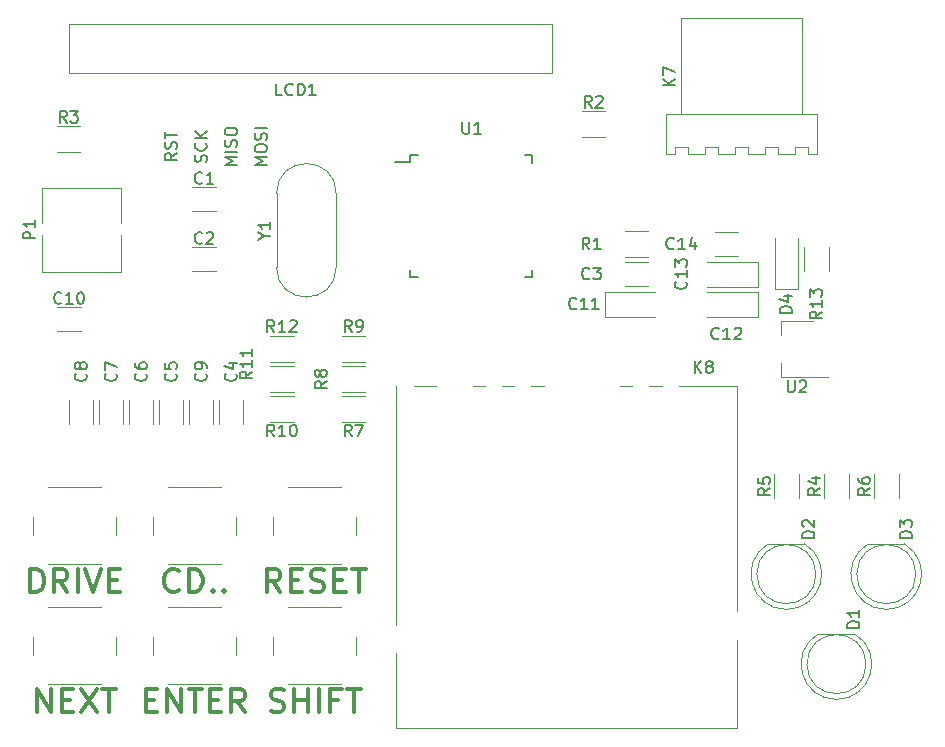
<source format=gto>
G04 #@! TF.FileFunction,Legend,Top*
%FSLAX46Y46*%
G04 Gerber Fmt 4.6, Leading zero omitted, Abs format (unit mm)*
G04 Created by KiCad (PCBNEW 4.0.7) date 11/26/17 13:54:13*
%MOMM*%
%LPD*%
G01*
G04 APERTURE LIST*
%ADD10C,0.100000*%
%ADD11C,0.120000*%
%ADD12C,0.150000*%
%ADD13C,0.300000*%
G04 APERTURE END LIST*
D10*
D11*
X142440000Y-102160000D02*
X144340000Y-102160000D01*
X164910000Y-102160000D02*
X169840000Y-102160000D01*
X169840000Y-123710000D02*
X169840000Y-131180000D01*
X140920000Y-124820000D02*
X140920000Y-131180000D01*
X147450000Y-102160000D02*
X148460000Y-102160000D01*
X149880000Y-102160000D02*
X150940000Y-102160000D01*
X152410000Y-102160000D02*
X153470000Y-102160000D01*
X159910000Y-102160000D02*
X160950000Y-102160000D01*
X162370000Y-102160000D02*
X163480000Y-102160000D01*
X169840000Y-131180000D02*
X140920000Y-131180000D01*
X169840000Y-102160000D02*
X169840000Y-121200000D01*
X140920000Y-102160000D02*
X140920000Y-122410000D01*
D12*
X142145000Y-82645000D02*
X142145000Y-83220000D01*
X152495000Y-82645000D02*
X152495000Y-83320000D01*
X152495000Y-92995000D02*
X152495000Y-92320000D01*
X142145000Y-92995000D02*
X142145000Y-92320000D01*
X142145000Y-82645000D02*
X142820000Y-82645000D01*
X142145000Y-92995000D02*
X142820000Y-92995000D01*
X152495000Y-92995000D02*
X151820000Y-92995000D01*
X152495000Y-82645000D02*
X151820000Y-82645000D01*
X142145000Y-83220000D02*
X140870000Y-83220000D01*
D11*
X111490000Y-127420000D02*
X115990000Y-127420000D01*
X110240000Y-123420000D02*
X110240000Y-124920000D01*
X115990000Y-120920000D02*
X111490000Y-120920000D01*
X117240000Y-124920000D02*
X117240000Y-123420000D01*
X136340000Y-100530000D02*
X138340000Y-100530000D01*
X138340000Y-102670000D02*
X136340000Y-102670000D01*
X130825000Y-92125000D02*
X130825000Y-85875000D01*
X135875000Y-92125000D02*
X135875000Y-85875000D01*
X135875000Y-92125000D02*
G75*
G02X130825000Y-92125000I-2525000J0D01*
G01*
X135875000Y-85875000D02*
G75*
G03X130825000Y-85875000I-2525000J0D01*
G01*
X113270000Y-75680000D02*
X154190000Y-75680000D01*
X113270000Y-71560000D02*
X113270000Y-75680000D01*
X154190000Y-71560000D02*
X113270000Y-71560000D01*
X154190000Y-75680000D02*
X154190000Y-71560000D01*
X125690000Y-85340000D02*
X123690000Y-85340000D01*
X123690000Y-87380000D02*
X125690000Y-87380000D01*
X125690000Y-90420000D02*
X123690000Y-90420000D01*
X123690000Y-92460000D02*
X125690000Y-92460000D01*
X162290000Y-91690000D02*
X160290000Y-91690000D01*
X160290000Y-93730000D02*
X162290000Y-93730000D01*
X125980000Y-103370000D02*
X125980000Y-105370000D01*
X128020000Y-105370000D02*
X128020000Y-103370000D01*
X120900000Y-103370000D02*
X120900000Y-105370000D01*
X122940000Y-105370000D02*
X122940000Y-103370000D01*
X118360000Y-103370000D02*
X118360000Y-105370000D01*
X120400000Y-105370000D02*
X120400000Y-103370000D01*
X115820000Y-103370000D02*
X115820000Y-105370000D01*
X117860000Y-105370000D02*
X117860000Y-103370000D01*
X113280000Y-103370000D02*
X113280000Y-105370000D01*
X115320000Y-105370000D02*
X115320000Y-103370000D01*
X123440000Y-103370000D02*
X123440000Y-105370000D01*
X125480000Y-105370000D02*
X125480000Y-103370000D01*
X114260000Y-95500000D02*
X112260000Y-95500000D01*
X112260000Y-97540000D02*
X114260000Y-97540000D01*
X158640000Y-94200000D02*
X162890000Y-94200000D01*
X158640000Y-96300000D02*
X162890000Y-96300000D01*
X158640000Y-94200000D02*
X158640000Y-96300000D01*
X171560000Y-96300000D02*
X167310000Y-96300000D01*
X171560000Y-94200000D02*
X167310000Y-94200000D01*
X171560000Y-96300000D02*
X171560000Y-94200000D01*
X171560000Y-93760000D02*
X167310000Y-93760000D01*
X171560000Y-91660000D02*
X167310000Y-91660000D01*
X171560000Y-93760000D02*
X171560000Y-91660000D01*
X167910000Y-91190000D02*
X169910000Y-91190000D01*
X169910000Y-89150000D02*
X167910000Y-89150000D01*
X178229538Y-128720000D02*
G75*
G03X179774830Y-123170000I462J2990000D01*
G01*
X178230462Y-128720000D02*
G75*
G02X176685170Y-123170000I-462J2990000D01*
G01*
X180730000Y-125730000D02*
G75*
G03X180730000Y-125730000I-2500000J0D01*
G01*
X179775000Y-123170000D02*
X176685000Y-123170000D01*
X173989538Y-121100000D02*
G75*
G03X175534830Y-115550000I462J2990000D01*
G01*
X173990462Y-121100000D02*
G75*
G02X172445170Y-115550000I-462J2990000D01*
G01*
X176490000Y-118110000D02*
G75*
G03X176490000Y-118110000I-2500000J0D01*
G01*
X175535000Y-115550000D02*
X172445000Y-115550000D01*
X182449538Y-121100000D02*
G75*
G03X183994830Y-115550000I462J2990000D01*
G01*
X182450462Y-121100000D02*
G75*
G02X180905170Y-115550000I-462J2990000D01*
G01*
X184950000Y-118110000D02*
G75*
G03X184950000Y-118110000I-2500000J0D01*
G01*
X183995000Y-115550000D02*
X180905000Y-115550000D01*
X172990000Y-89690000D02*
X172990000Y-93990000D01*
X172990000Y-93990000D02*
X174990000Y-93990000D01*
X174990000Y-93990000D02*
X174990000Y-89690000D01*
X111490000Y-117260000D02*
X115990000Y-117260000D01*
X110240000Y-113260000D02*
X110240000Y-114760000D01*
X115990000Y-110760000D02*
X111490000Y-110760000D01*
X117240000Y-114760000D02*
X117240000Y-113260000D01*
X121650000Y-117260000D02*
X126150000Y-117260000D01*
X120400000Y-113260000D02*
X120400000Y-114760000D01*
X126150000Y-110760000D02*
X121650000Y-110760000D01*
X127400000Y-114760000D02*
X127400000Y-113260000D01*
X121650000Y-127420000D02*
X126150000Y-127420000D01*
X120400000Y-123420000D02*
X120400000Y-124920000D01*
X126150000Y-120920000D02*
X121650000Y-120920000D01*
X127400000Y-124920000D02*
X127400000Y-123420000D01*
X131810000Y-127420000D02*
X136310000Y-127420000D01*
X130560000Y-123420000D02*
X130560000Y-124920000D01*
X136310000Y-120920000D02*
X131810000Y-120920000D01*
X137560000Y-124920000D02*
X137560000Y-123420000D01*
X131810000Y-117260000D02*
X136310000Y-117260000D01*
X130560000Y-113260000D02*
X130560000Y-114760000D01*
X136310000Y-110760000D02*
X131810000Y-110760000D01*
X137560000Y-114760000D02*
X137560000Y-113260000D01*
X165040000Y-79160000D02*
X167700000Y-79160000D01*
X165040000Y-71060000D02*
X167700000Y-71060000D01*
X167700000Y-79160000D02*
X168970000Y-79160000D01*
X165040000Y-79160000D02*
X165040000Y-71060000D01*
X163770000Y-79160000D02*
X165040000Y-79160000D01*
X163770000Y-79160000D02*
X163770000Y-82580000D01*
X163770000Y-82580000D02*
X164525000Y-82580000D01*
X165675000Y-82580000D02*
X167065000Y-82580000D01*
X168215000Y-82580000D02*
X168970000Y-82580000D01*
X164525000Y-81945000D02*
X165675000Y-81945000D01*
X167065000Y-81945000D02*
X168215000Y-81945000D01*
X164525000Y-82580000D02*
X164525000Y-81945000D01*
X165675000Y-81945000D02*
X165675000Y-82580000D01*
X167065000Y-82580000D02*
X167065000Y-81945000D01*
X168215000Y-81945000D02*
X168215000Y-82580000D01*
X170755000Y-81945000D02*
X170755000Y-82580000D01*
X170755000Y-82580000D02*
X171510000Y-82580000D01*
X169605000Y-82580000D02*
X169605000Y-81945000D01*
X169605000Y-81945000D02*
X170755000Y-81945000D01*
X168215000Y-82580000D02*
X169605000Y-82580000D01*
X170240000Y-79160000D02*
X171510000Y-79160000D01*
X167580000Y-71060000D02*
X170240000Y-71060000D01*
X167580000Y-79160000D02*
X170240000Y-79160000D01*
X173295000Y-82580000D02*
X174050000Y-82580000D01*
X172145000Y-81945000D02*
X173295000Y-81945000D01*
X172780000Y-79160000D02*
X174050000Y-79160000D01*
X173295000Y-81945000D02*
X173295000Y-82580000D01*
X170755000Y-82580000D02*
X172145000Y-82580000D01*
X172145000Y-82580000D02*
X172145000Y-81945000D01*
X170755000Y-82580000D02*
X171510000Y-82580000D01*
X170120000Y-79160000D02*
X172780000Y-79160000D01*
X170120000Y-71060000D02*
X172780000Y-71060000D01*
X175320000Y-79160000D02*
X176590000Y-79160000D01*
X175835000Y-81945000D02*
X175835000Y-82580000D01*
X175835000Y-82580000D02*
X176590000Y-82580000D01*
X174685000Y-81945000D02*
X175835000Y-81945000D01*
X176590000Y-79160000D02*
X176590000Y-82580000D01*
X175320000Y-71060000D02*
X175320000Y-79160000D01*
X174685000Y-82580000D02*
X174685000Y-81945000D01*
X173295000Y-82580000D02*
X174685000Y-82580000D01*
X173295000Y-82580000D02*
X174050000Y-82580000D01*
X173295000Y-82580000D02*
X174050000Y-82580000D01*
X172660000Y-79160000D02*
X175320000Y-79160000D01*
X172660000Y-71060000D02*
X175320000Y-71060000D01*
X110940000Y-85380000D02*
X110940000Y-88370000D01*
X117660000Y-85380000D02*
X110940000Y-85380000D01*
X117660000Y-92490000D02*
X117660000Y-89430000D01*
X110940000Y-92490000D02*
X117660000Y-92490000D01*
X117660000Y-88370000D02*
X117660000Y-85380000D01*
X110940000Y-89430000D02*
X110940000Y-92490000D01*
X162290000Y-91240000D02*
X160290000Y-91240000D01*
X160290000Y-89100000D02*
X162290000Y-89100000D01*
X158660000Y-81080000D02*
X156660000Y-81080000D01*
X156660000Y-78940000D02*
X158660000Y-78940000D01*
X114210000Y-82350000D02*
X112210000Y-82350000D01*
X112210000Y-80210000D02*
X114210000Y-80210000D01*
X179300000Y-109670000D02*
X179300000Y-111670000D01*
X177160000Y-111670000D02*
X177160000Y-109670000D01*
X175060000Y-109670000D02*
X175060000Y-111670000D01*
X172920000Y-111670000D02*
X172920000Y-109670000D01*
X183520000Y-109670000D02*
X183520000Y-111670000D01*
X181380000Y-111670000D02*
X181380000Y-109670000D01*
X136340000Y-103070000D02*
X138340000Y-103070000D01*
X138340000Y-105210000D02*
X136340000Y-105210000D01*
X136340000Y-97990000D02*
X138340000Y-97990000D01*
X138340000Y-100130000D02*
X136340000Y-100130000D01*
X130265000Y-103070000D02*
X132265000Y-103070000D01*
X132265000Y-105210000D02*
X130265000Y-105210000D01*
X130265000Y-100530000D02*
X132265000Y-100530000D01*
X132265000Y-102670000D02*
X130265000Y-102670000D01*
X130265000Y-97990000D02*
X132265000Y-97990000D01*
X132265000Y-100130000D02*
X130265000Y-100130000D01*
X175460000Y-92440000D02*
X175460000Y-90440000D01*
X177600000Y-90440000D02*
X177600000Y-92440000D01*
X173543500Y-97860000D02*
X173543500Y-96660000D01*
X173543500Y-96660000D02*
X176243500Y-96660000D01*
X177543500Y-101460000D02*
X173543500Y-101460000D01*
X173543500Y-101460000D02*
X173543500Y-100260000D01*
D12*
X166218095Y-101072381D02*
X166218095Y-100072381D01*
X166789524Y-101072381D02*
X166360952Y-100500952D01*
X166789524Y-100072381D02*
X166218095Y-100643810D01*
X167360952Y-100500952D02*
X167265714Y-100453333D01*
X167218095Y-100405714D01*
X167170476Y-100310476D01*
X167170476Y-100262857D01*
X167218095Y-100167619D01*
X167265714Y-100120000D01*
X167360952Y-100072381D01*
X167551429Y-100072381D01*
X167646667Y-100120000D01*
X167694286Y-100167619D01*
X167741905Y-100262857D01*
X167741905Y-100310476D01*
X167694286Y-100405714D01*
X167646667Y-100453333D01*
X167551429Y-100500952D01*
X167360952Y-100500952D01*
X167265714Y-100548571D01*
X167218095Y-100596190D01*
X167170476Y-100691429D01*
X167170476Y-100881905D01*
X167218095Y-100977143D01*
X167265714Y-101024762D01*
X167360952Y-101072381D01*
X167551429Y-101072381D01*
X167646667Y-101024762D01*
X167694286Y-100977143D01*
X167741905Y-100881905D01*
X167741905Y-100691429D01*
X167694286Y-100596190D01*
X167646667Y-100548571D01*
X167551429Y-100500952D01*
X146558095Y-79822381D02*
X146558095Y-80631905D01*
X146605714Y-80727143D01*
X146653333Y-80774762D01*
X146748571Y-80822381D01*
X146939048Y-80822381D01*
X147034286Y-80774762D01*
X147081905Y-80727143D01*
X147129524Y-80631905D01*
X147129524Y-79822381D01*
X148129524Y-80822381D02*
X147558095Y-80822381D01*
X147843809Y-80822381D02*
X147843809Y-79822381D01*
X147748571Y-79965238D01*
X147653333Y-80060476D01*
X147558095Y-80108095D01*
D13*
X110549523Y-129824762D02*
X110549523Y-127824762D01*
X111692381Y-129824762D01*
X111692381Y-127824762D01*
X112644761Y-128777143D02*
X113311428Y-128777143D01*
X113597142Y-129824762D02*
X112644761Y-129824762D01*
X112644761Y-127824762D01*
X113597142Y-127824762D01*
X114263809Y-127824762D02*
X115597143Y-129824762D01*
X115597143Y-127824762D02*
X114263809Y-129824762D01*
X116073333Y-127824762D02*
X117216190Y-127824762D01*
X116644762Y-129824762D02*
X116644762Y-127824762D01*
D12*
X135072381Y-101766666D02*
X134596190Y-102100000D01*
X135072381Y-102338095D02*
X134072381Y-102338095D01*
X134072381Y-101957142D01*
X134120000Y-101861904D01*
X134167619Y-101814285D01*
X134262857Y-101766666D01*
X134405714Y-101766666D01*
X134500952Y-101814285D01*
X134548571Y-101861904D01*
X134596190Y-101957142D01*
X134596190Y-102338095D01*
X134500952Y-101195238D02*
X134453333Y-101290476D01*
X134405714Y-101338095D01*
X134310476Y-101385714D01*
X134262857Y-101385714D01*
X134167619Y-101338095D01*
X134120000Y-101290476D01*
X134072381Y-101195238D01*
X134072381Y-101004761D01*
X134120000Y-100909523D01*
X134167619Y-100861904D01*
X134262857Y-100814285D01*
X134310476Y-100814285D01*
X134405714Y-100861904D01*
X134453333Y-100909523D01*
X134500952Y-101004761D01*
X134500952Y-101195238D01*
X134548571Y-101290476D01*
X134596190Y-101338095D01*
X134691429Y-101385714D01*
X134881905Y-101385714D01*
X134977143Y-101338095D01*
X135024762Y-101290476D01*
X135072381Y-101195238D01*
X135072381Y-101004761D01*
X135024762Y-100909523D01*
X134977143Y-100861904D01*
X134881905Y-100814285D01*
X134691429Y-100814285D01*
X134596190Y-100861904D01*
X134548571Y-100909523D01*
X134500952Y-101004761D01*
X129801190Y-89476191D02*
X130277381Y-89476191D01*
X129277381Y-89809524D02*
X129801190Y-89476191D01*
X129277381Y-89142857D01*
X130277381Y-88285714D02*
X130277381Y-88857143D01*
X130277381Y-88571429D02*
X129277381Y-88571429D01*
X129420238Y-88666667D01*
X129515476Y-88761905D01*
X129563095Y-88857143D01*
X131293334Y-77572381D02*
X130817143Y-77572381D01*
X130817143Y-76572381D01*
X132198096Y-77477143D02*
X132150477Y-77524762D01*
X132007620Y-77572381D01*
X131912382Y-77572381D01*
X131769524Y-77524762D01*
X131674286Y-77429524D01*
X131626667Y-77334286D01*
X131579048Y-77143810D01*
X131579048Y-77000952D01*
X131626667Y-76810476D01*
X131674286Y-76715238D01*
X131769524Y-76620000D01*
X131912382Y-76572381D01*
X132007620Y-76572381D01*
X132150477Y-76620000D01*
X132198096Y-76667619D01*
X132626667Y-77572381D02*
X132626667Y-76572381D01*
X132864762Y-76572381D01*
X133007620Y-76620000D01*
X133102858Y-76715238D01*
X133150477Y-76810476D01*
X133198096Y-77000952D01*
X133198096Y-77143810D01*
X133150477Y-77334286D01*
X133102858Y-77429524D01*
X133007620Y-77524762D01*
X132864762Y-77572381D01*
X132626667Y-77572381D01*
X134150477Y-77572381D02*
X133579048Y-77572381D01*
X133864762Y-77572381D02*
X133864762Y-76572381D01*
X133769524Y-76715238D01*
X133674286Y-76810476D01*
X133579048Y-76858095D01*
X124523334Y-84967143D02*
X124475715Y-85014762D01*
X124332858Y-85062381D01*
X124237620Y-85062381D01*
X124094762Y-85014762D01*
X123999524Y-84919524D01*
X123951905Y-84824286D01*
X123904286Y-84633810D01*
X123904286Y-84490952D01*
X123951905Y-84300476D01*
X123999524Y-84205238D01*
X124094762Y-84110000D01*
X124237620Y-84062381D01*
X124332858Y-84062381D01*
X124475715Y-84110000D01*
X124523334Y-84157619D01*
X125475715Y-85062381D02*
X124904286Y-85062381D01*
X125190000Y-85062381D02*
X125190000Y-84062381D01*
X125094762Y-84205238D01*
X124999524Y-84300476D01*
X124904286Y-84348095D01*
X124523334Y-90047143D02*
X124475715Y-90094762D01*
X124332858Y-90142381D01*
X124237620Y-90142381D01*
X124094762Y-90094762D01*
X123999524Y-89999524D01*
X123951905Y-89904286D01*
X123904286Y-89713810D01*
X123904286Y-89570952D01*
X123951905Y-89380476D01*
X123999524Y-89285238D01*
X124094762Y-89190000D01*
X124237620Y-89142381D01*
X124332858Y-89142381D01*
X124475715Y-89190000D01*
X124523334Y-89237619D01*
X124904286Y-89237619D02*
X124951905Y-89190000D01*
X125047143Y-89142381D01*
X125285239Y-89142381D01*
X125380477Y-89190000D01*
X125428096Y-89237619D01*
X125475715Y-89332857D01*
X125475715Y-89428095D01*
X125428096Y-89570952D01*
X124856667Y-90142381D01*
X125475715Y-90142381D01*
X157313334Y-93067143D02*
X157265715Y-93114762D01*
X157122858Y-93162381D01*
X157027620Y-93162381D01*
X156884762Y-93114762D01*
X156789524Y-93019524D01*
X156741905Y-92924286D01*
X156694286Y-92733810D01*
X156694286Y-92590952D01*
X156741905Y-92400476D01*
X156789524Y-92305238D01*
X156884762Y-92210000D01*
X157027620Y-92162381D01*
X157122858Y-92162381D01*
X157265715Y-92210000D01*
X157313334Y-92257619D01*
X157646667Y-92162381D02*
X158265715Y-92162381D01*
X157932381Y-92543333D01*
X158075239Y-92543333D01*
X158170477Y-92590952D01*
X158218096Y-92638571D01*
X158265715Y-92733810D01*
X158265715Y-92971905D01*
X158218096Y-93067143D01*
X158170477Y-93114762D01*
X158075239Y-93162381D01*
X157789524Y-93162381D01*
X157694286Y-93114762D01*
X157646667Y-93067143D01*
X127357143Y-101131666D02*
X127404762Y-101179285D01*
X127452381Y-101322142D01*
X127452381Y-101417380D01*
X127404762Y-101560238D01*
X127309524Y-101655476D01*
X127214286Y-101703095D01*
X127023810Y-101750714D01*
X126880952Y-101750714D01*
X126690476Y-101703095D01*
X126595238Y-101655476D01*
X126500000Y-101560238D01*
X126452381Y-101417380D01*
X126452381Y-101322142D01*
X126500000Y-101179285D01*
X126547619Y-101131666D01*
X126785714Y-100274523D02*
X127452381Y-100274523D01*
X126404762Y-100512619D02*
X127119048Y-100750714D01*
X127119048Y-100131666D01*
X122277143Y-101131666D02*
X122324762Y-101179285D01*
X122372381Y-101322142D01*
X122372381Y-101417380D01*
X122324762Y-101560238D01*
X122229524Y-101655476D01*
X122134286Y-101703095D01*
X121943810Y-101750714D01*
X121800952Y-101750714D01*
X121610476Y-101703095D01*
X121515238Y-101655476D01*
X121420000Y-101560238D01*
X121372381Y-101417380D01*
X121372381Y-101322142D01*
X121420000Y-101179285D01*
X121467619Y-101131666D01*
X121372381Y-100226904D02*
X121372381Y-100703095D01*
X121848571Y-100750714D01*
X121800952Y-100703095D01*
X121753333Y-100607857D01*
X121753333Y-100369761D01*
X121800952Y-100274523D01*
X121848571Y-100226904D01*
X121943810Y-100179285D01*
X122181905Y-100179285D01*
X122277143Y-100226904D01*
X122324762Y-100274523D01*
X122372381Y-100369761D01*
X122372381Y-100607857D01*
X122324762Y-100703095D01*
X122277143Y-100750714D01*
X119737143Y-101131666D02*
X119784762Y-101179285D01*
X119832381Y-101322142D01*
X119832381Y-101417380D01*
X119784762Y-101560238D01*
X119689524Y-101655476D01*
X119594286Y-101703095D01*
X119403810Y-101750714D01*
X119260952Y-101750714D01*
X119070476Y-101703095D01*
X118975238Y-101655476D01*
X118880000Y-101560238D01*
X118832381Y-101417380D01*
X118832381Y-101322142D01*
X118880000Y-101179285D01*
X118927619Y-101131666D01*
X118832381Y-100274523D02*
X118832381Y-100465000D01*
X118880000Y-100560238D01*
X118927619Y-100607857D01*
X119070476Y-100703095D01*
X119260952Y-100750714D01*
X119641905Y-100750714D01*
X119737143Y-100703095D01*
X119784762Y-100655476D01*
X119832381Y-100560238D01*
X119832381Y-100369761D01*
X119784762Y-100274523D01*
X119737143Y-100226904D01*
X119641905Y-100179285D01*
X119403810Y-100179285D01*
X119308571Y-100226904D01*
X119260952Y-100274523D01*
X119213333Y-100369761D01*
X119213333Y-100560238D01*
X119260952Y-100655476D01*
X119308571Y-100703095D01*
X119403810Y-100750714D01*
X117197143Y-101131666D02*
X117244762Y-101179285D01*
X117292381Y-101322142D01*
X117292381Y-101417380D01*
X117244762Y-101560238D01*
X117149524Y-101655476D01*
X117054286Y-101703095D01*
X116863810Y-101750714D01*
X116720952Y-101750714D01*
X116530476Y-101703095D01*
X116435238Y-101655476D01*
X116340000Y-101560238D01*
X116292381Y-101417380D01*
X116292381Y-101322142D01*
X116340000Y-101179285D01*
X116387619Y-101131666D01*
X116292381Y-100798333D02*
X116292381Y-100131666D01*
X117292381Y-100560238D01*
X114657143Y-101131666D02*
X114704762Y-101179285D01*
X114752381Y-101322142D01*
X114752381Y-101417380D01*
X114704762Y-101560238D01*
X114609524Y-101655476D01*
X114514286Y-101703095D01*
X114323810Y-101750714D01*
X114180952Y-101750714D01*
X113990476Y-101703095D01*
X113895238Y-101655476D01*
X113800000Y-101560238D01*
X113752381Y-101417380D01*
X113752381Y-101322142D01*
X113800000Y-101179285D01*
X113847619Y-101131666D01*
X114180952Y-100560238D02*
X114133333Y-100655476D01*
X114085714Y-100703095D01*
X113990476Y-100750714D01*
X113942857Y-100750714D01*
X113847619Y-100703095D01*
X113800000Y-100655476D01*
X113752381Y-100560238D01*
X113752381Y-100369761D01*
X113800000Y-100274523D01*
X113847619Y-100226904D01*
X113942857Y-100179285D01*
X113990476Y-100179285D01*
X114085714Y-100226904D01*
X114133333Y-100274523D01*
X114180952Y-100369761D01*
X114180952Y-100560238D01*
X114228571Y-100655476D01*
X114276190Y-100703095D01*
X114371429Y-100750714D01*
X114561905Y-100750714D01*
X114657143Y-100703095D01*
X114704762Y-100655476D01*
X114752381Y-100560238D01*
X114752381Y-100369761D01*
X114704762Y-100274523D01*
X114657143Y-100226904D01*
X114561905Y-100179285D01*
X114371429Y-100179285D01*
X114276190Y-100226904D01*
X114228571Y-100274523D01*
X114180952Y-100369761D01*
X124817143Y-101131666D02*
X124864762Y-101179285D01*
X124912381Y-101322142D01*
X124912381Y-101417380D01*
X124864762Y-101560238D01*
X124769524Y-101655476D01*
X124674286Y-101703095D01*
X124483810Y-101750714D01*
X124340952Y-101750714D01*
X124150476Y-101703095D01*
X124055238Y-101655476D01*
X123960000Y-101560238D01*
X123912381Y-101417380D01*
X123912381Y-101322142D01*
X123960000Y-101179285D01*
X124007619Y-101131666D01*
X124912381Y-100655476D02*
X124912381Y-100465000D01*
X124864762Y-100369761D01*
X124817143Y-100322142D01*
X124674286Y-100226904D01*
X124483810Y-100179285D01*
X124102857Y-100179285D01*
X124007619Y-100226904D01*
X123960000Y-100274523D01*
X123912381Y-100369761D01*
X123912381Y-100560238D01*
X123960000Y-100655476D01*
X124007619Y-100703095D01*
X124102857Y-100750714D01*
X124340952Y-100750714D01*
X124436190Y-100703095D01*
X124483810Y-100655476D01*
X124531429Y-100560238D01*
X124531429Y-100369761D01*
X124483810Y-100274523D01*
X124436190Y-100226904D01*
X124340952Y-100179285D01*
X112617143Y-95127143D02*
X112569524Y-95174762D01*
X112426667Y-95222381D01*
X112331429Y-95222381D01*
X112188571Y-95174762D01*
X112093333Y-95079524D01*
X112045714Y-94984286D01*
X111998095Y-94793810D01*
X111998095Y-94650952D01*
X112045714Y-94460476D01*
X112093333Y-94365238D01*
X112188571Y-94270000D01*
X112331429Y-94222381D01*
X112426667Y-94222381D01*
X112569524Y-94270000D01*
X112617143Y-94317619D01*
X113569524Y-95222381D02*
X112998095Y-95222381D01*
X113283809Y-95222381D02*
X113283809Y-94222381D01*
X113188571Y-94365238D01*
X113093333Y-94460476D01*
X112998095Y-94508095D01*
X114188571Y-94222381D02*
X114283810Y-94222381D01*
X114379048Y-94270000D01*
X114426667Y-94317619D01*
X114474286Y-94412857D01*
X114521905Y-94603333D01*
X114521905Y-94841429D01*
X114474286Y-95031905D01*
X114426667Y-95127143D01*
X114379048Y-95174762D01*
X114283810Y-95222381D01*
X114188571Y-95222381D01*
X114093333Y-95174762D01*
X114045714Y-95127143D01*
X113998095Y-95031905D01*
X113950476Y-94841429D01*
X113950476Y-94603333D01*
X113998095Y-94412857D01*
X114045714Y-94317619D01*
X114093333Y-94270000D01*
X114188571Y-94222381D01*
X156202143Y-95607143D02*
X156154524Y-95654762D01*
X156011667Y-95702381D01*
X155916429Y-95702381D01*
X155773571Y-95654762D01*
X155678333Y-95559524D01*
X155630714Y-95464286D01*
X155583095Y-95273810D01*
X155583095Y-95130952D01*
X155630714Y-94940476D01*
X155678333Y-94845238D01*
X155773571Y-94750000D01*
X155916429Y-94702381D01*
X156011667Y-94702381D01*
X156154524Y-94750000D01*
X156202143Y-94797619D01*
X157154524Y-95702381D02*
X156583095Y-95702381D01*
X156868809Y-95702381D02*
X156868809Y-94702381D01*
X156773571Y-94845238D01*
X156678333Y-94940476D01*
X156583095Y-94988095D01*
X158106905Y-95702381D02*
X157535476Y-95702381D01*
X157821190Y-95702381D02*
X157821190Y-94702381D01*
X157725952Y-94845238D01*
X157630714Y-94940476D01*
X157535476Y-94988095D01*
X168267143Y-98147143D02*
X168219524Y-98194762D01*
X168076667Y-98242381D01*
X167981429Y-98242381D01*
X167838571Y-98194762D01*
X167743333Y-98099524D01*
X167695714Y-98004286D01*
X167648095Y-97813810D01*
X167648095Y-97670952D01*
X167695714Y-97480476D01*
X167743333Y-97385238D01*
X167838571Y-97290000D01*
X167981429Y-97242381D01*
X168076667Y-97242381D01*
X168219524Y-97290000D01*
X168267143Y-97337619D01*
X169219524Y-98242381D02*
X168648095Y-98242381D01*
X168933809Y-98242381D02*
X168933809Y-97242381D01*
X168838571Y-97385238D01*
X168743333Y-97480476D01*
X168648095Y-97528095D01*
X169600476Y-97337619D02*
X169648095Y-97290000D01*
X169743333Y-97242381D01*
X169981429Y-97242381D01*
X170076667Y-97290000D01*
X170124286Y-97337619D01*
X170171905Y-97432857D01*
X170171905Y-97528095D01*
X170124286Y-97670952D01*
X169552857Y-98242381D01*
X170171905Y-98242381D01*
X165457143Y-93352857D02*
X165504762Y-93400476D01*
X165552381Y-93543333D01*
X165552381Y-93638571D01*
X165504762Y-93781429D01*
X165409524Y-93876667D01*
X165314286Y-93924286D01*
X165123810Y-93971905D01*
X164980952Y-93971905D01*
X164790476Y-93924286D01*
X164695238Y-93876667D01*
X164600000Y-93781429D01*
X164552381Y-93638571D01*
X164552381Y-93543333D01*
X164600000Y-93400476D01*
X164647619Y-93352857D01*
X165552381Y-92400476D02*
X165552381Y-92971905D01*
X165552381Y-92686191D02*
X164552381Y-92686191D01*
X164695238Y-92781429D01*
X164790476Y-92876667D01*
X164838095Y-92971905D01*
X164552381Y-92067143D02*
X164552381Y-91448095D01*
X164933333Y-91781429D01*
X164933333Y-91638571D01*
X164980952Y-91543333D01*
X165028571Y-91495714D01*
X165123810Y-91448095D01*
X165361905Y-91448095D01*
X165457143Y-91495714D01*
X165504762Y-91543333D01*
X165552381Y-91638571D01*
X165552381Y-91924286D01*
X165504762Y-92019524D01*
X165457143Y-92067143D01*
X164457143Y-90527143D02*
X164409524Y-90574762D01*
X164266667Y-90622381D01*
X164171429Y-90622381D01*
X164028571Y-90574762D01*
X163933333Y-90479524D01*
X163885714Y-90384286D01*
X163838095Y-90193810D01*
X163838095Y-90050952D01*
X163885714Y-89860476D01*
X163933333Y-89765238D01*
X164028571Y-89670000D01*
X164171429Y-89622381D01*
X164266667Y-89622381D01*
X164409524Y-89670000D01*
X164457143Y-89717619D01*
X165409524Y-90622381D02*
X164838095Y-90622381D01*
X165123809Y-90622381D02*
X165123809Y-89622381D01*
X165028571Y-89765238D01*
X164933333Y-89860476D01*
X164838095Y-89908095D01*
X166266667Y-89955714D02*
X166266667Y-90622381D01*
X166028571Y-89574762D02*
X165790476Y-90289048D01*
X166409524Y-90289048D01*
X180157381Y-122658095D02*
X179157381Y-122658095D01*
X179157381Y-122420000D01*
X179205000Y-122277142D01*
X179300238Y-122181904D01*
X179395476Y-122134285D01*
X179585952Y-122086666D01*
X179728810Y-122086666D01*
X179919286Y-122134285D01*
X180014524Y-122181904D01*
X180109762Y-122277142D01*
X180157381Y-122420000D01*
X180157381Y-122658095D01*
X180157381Y-121134285D02*
X180157381Y-121705714D01*
X180157381Y-121420000D02*
X179157381Y-121420000D01*
X179300238Y-121515238D01*
X179395476Y-121610476D01*
X179443095Y-121705714D01*
X176347381Y-115038095D02*
X175347381Y-115038095D01*
X175347381Y-114800000D01*
X175395000Y-114657142D01*
X175490238Y-114561904D01*
X175585476Y-114514285D01*
X175775952Y-114466666D01*
X175918810Y-114466666D01*
X176109286Y-114514285D01*
X176204524Y-114561904D01*
X176299762Y-114657142D01*
X176347381Y-114800000D01*
X176347381Y-115038095D01*
X175442619Y-114085714D02*
X175395000Y-114038095D01*
X175347381Y-113942857D01*
X175347381Y-113704761D01*
X175395000Y-113609523D01*
X175442619Y-113561904D01*
X175537857Y-113514285D01*
X175633095Y-113514285D01*
X175775952Y-113561904D01*
X176347381Y-114133333D01*
X176347381Y-113514285D01*
X184602381Y-115038095D02*
X183602381Y-115038095D01*
X183602381Y-114800000D01*
X183650000Y-114657142D01*
X183745238Y-114561904D01*
X183840476Y-114514285D01*
X184030952Y-114466666D01*
X184173810Y-114466666D01*
X184364286Y-114514285D01*
X184459524Y-114561904D01*
X184554762Y-114657142D01*
X184602381Y-114800000D01*
X184602381Y-115038095D01*
X183602381Y-114133333D02*
X183602381Y-113514285D01*
X183983333Y-113847619D01*
X183983333Y-113704761D01*
X184030952Y-113609523D01*
X184078571Y-113561904D01*
X184173810Y-113514285D01*
X184411905Y-113514285D01*
X184507143Y-113561904D01*
X184554762Y-113609523D01*
X184602381Y-113704761D01*
X184602381Y-113990476D01*
X184554762Y-114085714D01*
X184507143Y-114133333D01*
X174442381Y-95988095D02*
X173442381Y-95988095D01*
X173442381Y-95750000D01*
X173490000Y-95607142D01*
X173585238Y-95511904D01*
X173680476Y-95464285D01*
X173870952Y-95416666D01*
X174013810Y-95416666D01*
X174204286Y-95464285D01*
X174299524Y-95511904D01*
X174394762Y-95607142D01*
X174442381Y-95750000D01*
X174442381Y-95988095D01*
X173775714Y-94559523D02*
X174442381Y-94559523D01*
X173394762Y-94797619D02*
X174109048Y-95035714D01*
X174109048Y-94416666D01*
D13*
X109978095Y-119664762D02*
X109978095Y-117664762D01*
X110454286Y-117664762D01*
X110740000Y-117760000D01*
X110930476Y-117950476D01*
X111025715Y-118140952D01*
X111120953Y-118521905D01*
X111120953Y-118807619D01*
X111025715Y-119188571D01*
X110930476Y-119379048D01*
X110740000Y-119569524D01*
X110454286Y-119664762D01*
X109978095Y-119664762D01*
X113120953Y-119664762D02*
X112454286Y-118712381D01*
X111978095Y-119664762D02*
X111978095Y-117664762D01*
X112740000Y-117664762D01*
X112930476Y-117760000D01*
X113025715Y-117855238D01*
X113120953Y-118045714D01*
X113120953Y-118331429D01*
X113025715Y-118521905D01*
X112930476Y-118617143D01*
X112740000Y-118712381D01*
X111978095Y-118712381D01*
X113978095Y-119664762D02*
X113978095Y-117664762D01*
X114644762Y-117664762D02*
X115311429Y-119664762D01*
X115978096Y-117664762D01*
X116644762Y-118617143D02*
X117311429Y-118617143D01*
X117597143Y-119664762D02*
X116644762Y-119664762D01*
X116644762Y-117664762D01*
X117597143Y-117664762D01*
X122566667Y-119474286D02*
X122471429Y-119569524D01*
X122185714Y-119664762D01*
X121995238Y-119664762D01*
X121709524Y-119569524D01*
X121519048Y-119379048D01*
X121423809Y-119188571D01*
X121328571Y-118807619D01*
X121328571Y-118521905D01*
X121423809Y-118140952D01*
X121519048Y-117950476D01*
X121709524Y-117760000D01*
X121995238Y-117664762D01*
X122185714Y-117664762D01*
X122471429Y-117760000D01*
X122566667Y-117855238D01*
X123423809Y-119664762D02*
X123423809Y-117664762D01*
X123900000Y-117664762D01*
X124185714Y-117760000D01*
X124376190Y-117950476D01*
X124471429Y-118140952D01*
X124566667Y-118521905D01*
X124566667Y-118807619D01*
X124471429Y-119188571D01*
X124376190Y-119379048D01*
X124185714Y-119569524D01*
X123900000Y-119664762D01*
X123423809Y-119664762D01*
X125423809Y-119474286D02*
X125519048Y-119569524D01*
X125423809Y-119664762D01*
X125328571Y-119569524D01*
X125423809Y-119474286D01*
X125423809Y-119664762D01*
X126376190Y-119474286D02*
X126471429Y-119569524D01*
X126376190Y-119664762D01*
X126280952Y-119569524D01*
X126376190Y-119474286D01*
X126376190Y-119664762D01*
X119757142Y-128777143D02*
X120423809Y-128777143D01*
X120709523Y-129824762D02*
X119757142Y-129824762D01*
X119757142Y-127824762D01*
X120709523Y-127824762D01*
X121566666Y-129824762D02*
X121566666Y-127824762D01*
X122709524Y-129824762D01*
X122709524Y-127824762D01*
X123376190Y-127824762D02*
X124519047Y-127824762D01*
X123947619Y-129824762D02*
X123947619Y-127824762D01*
X125185714Y-128777143D02*
X125852381Y-128777143D01*
X126138095Y-129824762D02*
X125185714Y-129824762D01*
X125185714Y-127824762D01*
X126138095Y-127824762D01*
X128138096Y-129824762D02*
X127471429Y-128872381D01*
X126995238Y-129824762D02*
X126995238Y-127824762D01*
X127757143Y-127824762D01*
X127947619Y-127920000D01*
X128042858Y-128015238D01*
X128138096Y-128205714D01*
X128138096Y-128491429D01*
X128042858Y-128681905D01*
X127947619Y-128777143D01*
X127757143Y-128872381D01*
X126995238Y-128872381D01*
X130345714Y-129729524D02*
X130631429Y-129824762D01*
X131107619Y-129824762D01*
X131298095Y-129729524D01*
X131393333Y-129634286D01*
X131488572Y-129443810D01*
X131488572Y-129253333D01*
X131393333Y-129062857D01*
X131298095Y-128967619D01*
X131107619Y-128872381D01*
X130726667Y-128777143D01*
X130536191Y-128681905D01*
X130440952Y-128586667D01*
X130345714Y-128396190D01*
X130345714Y-128205714D01*
X130440952Y-128015238D01*
X130536191Y-127920000D01*
X130726667Y-127824762D01*
X131202857Y-127824762D01*
X131488572Y-127920000D01*
X132345714Y-129824762D02*
X132345714Y-127824762D01*
X132345714Y-128777143D02*
X133488572Y-128777143D01*
X133488572Y-129824762D02*
X133488572Y-127824762D01*
X134440952Y-129824762D02*
X134440952Y-127824762D01*
X136060000Y-128777143D02*
X135393333Y-128777143D01*
X135393333Y-129824762D02*
X135393333Y-127824762D01*
X136345714Y-127824762D01*
X136821905Y-127824762D02*
X137964762Y-127824762D01*
X137393334Y-129824762D02*
X137393334Y-127824762D01*
X131155238Y-119664762D02*
X130488571Y-118712381D01*
X130012380Y-119664762D02*
X130012380Y-117664762D01*
X130774285Y-117664762D01*
X130964761Y-117760000D01*
X131060000Y-117855238D01*
X131155238Y-118045714D01*
X131155238Y-118331429D01*
X131060000Y-118521905D01*
X130964761Y-118617143D01*
X130774285Y-118712381D01*
X130012380Y-118712381D01*
X132012380Y-118617143D02*
X132679047Y-118617143D01*
X132964761Y-119664762D02*
X132012380Y-119664762D01*
X132012380Y-117664762D01*
X132964761Y-117664762D01*
X133726666Y-119569524D02*
X134012381Y-119664762D01*
X134488571Y-119664762D01*
X134679047Y-119569524D01*
X134774285Y-119474286D01*
X134869524Y-119283810D01*
X134869524Y-119093333D01*
X134774285Y-118902857D01*
X134679047Y-118807619D01*
X134488571Y-118712381D01*
X134107619Y-118617143D01*
X133917143Y-118521905D01*
X133821904Y-118426667D01*
X133726666Y-118236190D01*
X133726666Y-118045714D01*
X133821904Y-117855238D01*
X133917143Y-117760000D01*
X134107619Y-117664762D01*
X134583809Y-117664762D01*
X134869524Y-117760000D01*
X135726666Y-118617143D02*
X136393333Y-118617143D01*
X136679047Y-119664762D02*
X135726666Y-119664762D01*
X135726666Y-117664762D01*
X136679047Y-117664762D01*
X137250476Y-117664762D02*
X138393333Y-117664762D01*
X137821905Y-119664762D02*
X137821905Y-117664762D01*
D12*
X164552381Y-76738095D02*
X163552381Y-76738095D01*
X164552381Y-76166666D02*
X163980952Y-76595238D01*
X163552381Y-76166666D02*
X164123810Y-76738095D01*
X163552381Y-75833333D02*
X163552381Y-75166666D01*
X164552381Y-75595238D01*
X110392381Y-89673095D02*
X109392381Y-89673095D01*
X109392381Y-89292142D01*
X109440000Y-89196904D01*
X109487619Y-89149285D01*
X109582857Y-89101666D01*
X109725714Y-89101666D01*
X109820952Y-89149285D01*
X109868571Y-89196904D01*
X109916190Y-89292142D01*
X109916190Y-89673095D01*
X110392381Y-88149285D02*
X110392381Y-88720714D01*
X110392381Y-88435000D02*
X109392381Y-88435000D01*
X109535238Y-88530238D01*
X109630476Y-88625476D01*
X109678095Y-88720714D01*
X157313334Y-90622381D02*
X156980000Y-90146190D01*
X156741905Y-90622381D02*
X156741905Y-89622381D01*
X157122858Y-89622381D01*
X157218096Y-89670000D01*
X157265715Y-89717619D01*
X157313334Y-89812857D01*
X157313334Y-89955714D01*
X157265715Y-90050952D01*
X157218096Y-90098571D01*
X157122858Y-90146190D01*
X156741905Y-90146190D01*
X158265715Y-90622381D02*
X157694286Y-90622381D01*
X157980000Y-90622381D02*
X157980000Y-89622381D01*
X157884762Y-89765238D01*
X157789524Y-89860476D01*
X157694286Y-89908095D01*
X157493334Y-78612381D02*
X157160000Y-78136190D01*
X156921905Y-78612381D02*
X156921905Y-77612381D01*
X157302858Y-77612381D01*
X157398096Y-77660000D01*
X157445715Y-77707619D01*
X157493334Y-77802857D01*
X157493334Y-77945714D01*
X157445715Y-78040952D01*
X157398096Y-78088571D01*
X157302858Y-78136190D01*
X156921905Y-78136190D01*
X157874286Y-77707619D02*
X157921905Y-77660000D01*
X158017143Y-77612381D01*
X158255239Y-77612381D01*
X158350477Y-77660000D01*
X158398096Y-77707619D01*
X158445715Y-77802857D01*
X158445715Y-77898095D01*
X158398096Y-78040952D01*
X157826667Y-78612381D01*
X158445715Y-78612381D01*
X113043334Y-79882381D02*
X112710000Y-79406190D01*
X112471905Y-79882381D02*
X112471905Y-78882381D01*
X112852858Y-78882381D01*
X112948096Y-78930000D01*
X112995715Y-78977619D01*
X113043334Y-79072857D01*
X113043334Y-79215714D01*
X112995715Y-79310952D01*
X112948096Y-79358571D01*
X112852858Y-79406190D01*
X112471905Y-79406190D01*
X113376667Y-78882381D02*
X113995715Y-78882381D01*
X113662381Y-79263333D01*
X113805239Y-79263333D01*
X113900477Y-79310952D01*
X113948096Y-79358571D01*
X113995715Y-79453810D01*
X113995715Y-79691905D01*
X113948096Y-79787143D01*
X113900477Y-79834762D01*
X113805239Y-79882381D01*
X113519524Y-79882381D01*
X113424286Y-79834762D01*
X113376667Y-79787143D01*
X176832381Y-110836666D02*
X176356190Y-111170000D01*
X176832381Y-111408095D02*
X175832381Y-111408095D01*
X175832381Y-111027142D01*
X175880000Y-110931904D01*
X175927619Y-110884285D01*
X176022857Y-110836666D01*
X176165714Y-110836666D01*
X176260952Y-110884285D01*
X176308571Y-110931904D01*
X176356190Y-111027142D01*
X176356190Y-111408095D01*
X176165714Y-109979523D02*
X176832381Y-109979523D01*
X175784762Y-110217619D02*
X176499048Y-110455714D01*
X176499048Y-109836666D01*
X172592381Y-110836666D02*
X172116190Y-111170000D01*
X172592381Y-111408095D02*
X171592381Y-111408095D01*
X171592381Y-111027142D01*
X171640000Y-110931904D01*
X171687619Y-110884285D01*
X171782857Y-110836666D01*
X171925714Y-110836666D01*
X172020952Y-110884285D01*
X172068571Y-110931904D01*
X172116190Y-111027142D01*
X172116190Y-111408095D01*
X171592381Y-109931904D02*
X171592381Y-110408095D01*
X172068571Y-110455714D01*
X172020952Y-110408095D01*
X171973333Y-110312857D01*
X171973333Y-110074761D01*
X172020952Y-109979523D01*
X172068571Y-109931904D01*
X172163810Y-109884285D01*
X172401905Y-109884285D01*
X172497143Y-109931904D01*
X172544762Y-109979523D01*
X172592381Y-110074761D01*
X172592381Y-110312857D01*
X172544762Y-110408095D01*
X172497143Y-110455714D01*
X181052381Y-110836666D02*
X180576190Y-111170000D01*
X181052381Y-111408095D02*
X180052381Y-111408095D01*
X180052381Y-111027142D01*
X180100000Y-110931904D01*
X180147619Y-110884285D01*
X180242857Y-110836666D01*
X180385714Y-110836666D01*
X180480952Y-110884285D01*
X180528571Y-110931904D01*
X180576190Y-111027142D01*
X180576190Y-111408095D01*
X180052381Y-109979523D02*
X180052381Y-110170000D01*
X180100000Y-110265238D01*
X180147619Y-110312857D01*
X180290476Y-110408095D01*
X180480952Y-110455714D01*
X180861905Y-110455714D01*
X180957143Y-110408095D01*
X181004762Y-110360476D01*
X181052381Y-110265238D01*
X181052381Y-110074761D01*
X181004762Y-109979523D01*
X180957143Y-109931904D01*
X180861905Y-109884285D01*
X180623810Y-109884285D01*
X180528571Y-109931904D01*
X180480952Y-109979523D01*
X180433333Y-110074761D01*
X180433333Y-110265238D01*
X180480952Y-110360476D01*
X180528571Y-110408095D01*
X180623810Y-110455714D01*
X137173334Y-106442381D02*
X136840000Y-105966190D01*
X136601905Y-106442381D02*
X136601905Y-105442381D01*
X136982858Y-105442381D01*
X137078096Y-105490000D01*
X137125715Y-105537619D01*
X137173334Y-105632857D01*
X137173334Y-105775714D01*
X137125715Y-105870952D01*
X137078096Y-105918571D01*
X136982858Y-105966190D01*
X136601905Y-105966190D01*
X137506667Y-105442381D02*
X138173334Y-105442381D01*
X137744762Y-106442381D01*
X137173334Y-97607381D02*
X136840000Y-97131190D01*
X136601905Y-97607381D02*
X136601905Y-96607381D01*
X136982858Y-96607381D01*
X137078096Y-96655000D01*
X137125715Y-96702619D01*
X137173334Y-96797857D01*
X137173334Y-96940714D01*
X137125715Y-97035952D01*
X137078096Y-97083571D01*
X136982858Y-97131190D01*
X136601905Y-97131190D01*
X137649524Y-97607381D02*
X137840000Y-97607381D01*
X137935239Y-97559762D01*
X137982858Y-97512143D01*
X138078096Y-97369286D01*
X138125715Y-97178810D01*
X138125715Y-96797857D01*
X138078096Y-96702619D01*
X138030477Y-96655000D01*
X137935239Y-96607381D01*
X137744762Y-96607381D01*
X137649524Y-96655000D01*
X137601905Y-96702619D01*
X137554286Y-96797857D01*
X137554286Y-97035952D01*
X137601905Y-97131190D01*
X137649524Y-97178810D01*
X137744762Y-97226429D01*
X137935239Y-97226429D01*
X138030477Y-97178810D01*
X138078096Y-97131190D01*
X138125715Y-97035952D01*
X130622143Y-106442381D02*
X130288809Y-105966190D01*
X130050714Y-106442381D02*
X130050714Y-105442381D01*
X130431667Y-105442381D01*
X130526905Y-105490000D01*
X130574524Y-105537619D01*
X130622143Y-105632857D01*
X130622143Y-105775714D01*
X130574524Y-105870952D01*
X130526905Y-105918571D01*
X130431667Y-105966190D01*
X130050714Y-105966190D01*
X131574524Y-106442381D02*
X131003095Y-106442381D01*
X131288809Y-106442381D02*
X131288809Y-105442381D01*
X131193571Y-105585238D01*
X131098333Y-105680476D01*
X131003095Y-105728095D01*
X132193571Y-105442381D02*
X132288810Y-105442381D01*
X132384048Y-105490000D01*
X132431667Y-105537619D01*
X132479286Y-105632857D01*
X132526905Y-105823333D01*
X132526905Y-106061429D01*
X132479286Y-106251905D01*
X132431667Y-106347143D01*
X132384048Y-106394762D01*
X132288810Y-106442381D01*
X132193571Y-106442381D01*
X132098333Y-106394762D01*
X132050714Y-106347143D01*
X132003095Y-106251905D01*
X131955476Y-106061429D01*
X131955476Y-105823333D01*
X132003095Y-105632857D01*
X132050714Y-105537619D01*
X132098333Y-105490000D01*
X132193571Y-105442381D01*
X128722381Y-100972857D02*
X128246190Y-101306191D01*
X128722381Y-101544286D02*
X127722381Y-101544286D01*
X127722381Y-101163333D01*
X127770000Y-101068095D01*
X127817619Y-101020476D01*
X127912857Y-100972857D01*
X128055714Y-100972857D01*
X128150952Y-101020476D01*
X128198571Y-101068095D01*
X128246190Y-101163333D01*
X128246190Y-101544286D01*
X128722381Y-100020476D02*
X128722381Y-100591905D01*
X128722381Y-100306191D02*
X127722381Y-100306191D01*
X127865238Y-100401429D01*
X127960476Y-100496667D01*
X128008095Y-100591905D01*
X128722381Y-99068095D02*
X128722381Y-99639524D01*
X128722381Y-99353810D02*
X127722381Y-99353810D01*
X127865238Y-99449048D01*
X127960476Y-99544286D01*
X128008095Y-99639524D01*
X130622143Y-97607381D02*
X130288809Y-97131190D01*
X130050714Y-97607381D02*
X130050714Y-96607381D01*
X130431667Y-96607381D01*
X130526905Y-96655000D01*
X130574524Y-96702619D01*
X130622143Y-96797857D01*
X130622143Y-96940714D01*
X130574524Y-97035952D01*
X130526905Y-97083571D01*
X130431667Y-97131190D01*
X130050714Y-97131190D01*
X131574524Y-97607381D02*
X131003095Y-97607381D01*
X131288809Y-97607381D02*
X131288809Y-96607381D01*
X131193571Y-96750238D01*
X131098333Y-96845476D01*
X131003095Y-96893095D01*
X131955476Y-96702619D02*
X132003095Y-96655000D01*
X132098333Y-96607381D01*
X132336429Y-96607381D01*
X132431667Y-96655000D01*
X132479286Y-96702619D01*
X132526905Y-96797857D01*
X132526905Y-96893095D01*
X132479286Y-97035952D01*
X131907857Y-97607381D01*
X132526905Y-97607381D01*
X176982381Y-95892857D02*
X176506190Y-96226191D01*
X176982381Y-96464286D02*
X175982381Y-96464286D01*
X175982381Y-96083333D01*
X176030000Y-95988095D01*
X176077619Y-95940476D01*
X176172857Y-95892857D01*
X176315714Y-95892857D01*
X176410952Y-95940476D01*
X176458571Y-95988095D01*
X176506190Y-96083333D01*
X176506190Y-96464286D01*
X176982381Y-94940476D02*
X176982381Y-95511905D01*
X176982381Y-95226191D02*
X175982381Y-95226191D01*
X176125238Y-95321429D01*
X176220476Y-95416667D01*
X176268095Y-95511905D01*
X175982381Y-94607143D02*
X175982381Y-93988095D01*
X176363333Y-94321429D01*
X176363333Y-94178571D01*
X176410952Y-94083333D01*
X176458571Y-94035714D01*
X176553810Y-93988095D01*
X176791905Y-93988095D01*
X176887143Y-94035714D01*
X176934762Y-94083333D01*
X176982381Y-94178571D01*
X176982381Y-94464286D01*
X176934762Y-94559524D01*
X176887143Y-94607143D01*
X174111595Y-101712381D02*
X174111595Y-102521905D01*
X174159214Y-102617143D01*
X174206833Y-102664762D01*
X174302071Y-102712381D01*
X174492548Y-102712381D01*
X174587786Y-102664762D01*
X174635405Y-102617143D01*
X174683024Y-102521905D01*
X174683024Y-101712381D01*
X175111595Y-101807619D02*
X175159214Y-101760000D01*
X175254452Y-101712381D01*
X175492548Y-101712381D01*
X175587786Y-101760000D01*
X175635405Y-101807619D01*
X175683024Y-101902857D01*
X175683024Y-101998095D01*
X175635405Y-102140952D01*
X175063976Y-102712381D01*
X175683024Y-102712381D01*
X129992381Y-83486428D02*
X128992381Y-83486428D01*
X129706667Y-83153094D01*
X128992381Y-82819761D01*
X129992381Y-82819761D01*
X128992381Y-82153095D02*
X128992381Y-81962618D01*
X129040000Y-81867380D01*
X129135238Y-81772142D01*
X129325714Y-81724523D01*
X129659048Y-81724523D01*
X129849524Y-81772142D01*
X129944762Y-81867380D01*
X129992381Y-81962618D01*
X129992381Y-82153095D01*
X129944762Y-82248333D01*
X129849524Y-82343571D01*
X129659048Y-82391190D01*
X129325714Y-82391190D01*
X129135238Y-82343571D01*
X129040000Y-82248333D01*
X128992381Y-82153095D01*
X129944762Y-81343571D02*
X129992381Y-81200714D01*
X129992381Y-80962618D01*
X129944762Y-80867380D01*
X129897143Y-80819761D01*
X129801905Y-80772142D01*
X129706667Y-80772142D01*
X129611429Y-80819761D01*
X129563810Y-80867380D01*
X129516190Y-80962618D01*
X129468571Y-81153095D01*
X129420952Y-81248333D01*
X129373333Y-81295952D01*
X129278095Y-81343571D01*
X129182857Y-81343571D01*
X129087619Y-81295952D01*
X129040000Y-81248333D01*
X128992381Y-81153095D01*
X128992381Y-80914999D01*
X129040000Y-80772142D01*
X129992381Y-80343571D02*
X128992381Y-80343571D01*
X127452381Y-83486428D02*
X126452381Y-83486428D01*
X127166667Y-83153094D01*
X126452381Y-82819761D01*
X127452381Y-82819761D01*
X127452381Y-82343571D02*
X126452381Y-82343571D01*
X127404762Y-81915000D02*
X127452381Y-81772143D01*
X127452381Y-81534047D01*
X127404762Y-81438809D01*
X127357143Y-81391190D01*
X127261905Y-81343571D01*
X127166667Y-81343571D01*
X127071429Y-81391190D01*
X127023810Y-81438809D01*
X126976190Y-81534047D01*
X126928571Y-81724524D01*
X126880952Y-81819762D01*
X126833333Y-81867381D01*
X126738095Y-81915000D01*
X126642857Y-81915000D01*
X126547619Y-81867381D01*
X126500000Y-81819762D01*
X126452381Y-81724524D01*
X126452381Y-81486428D01*
X126500000Y-81343571D01*
X126452381Y-80724524D02*
X126452381Y-80534047D01*
X126500000Y-80438809D01*
X126595238Y-80343571D01*
X126785714Y-80295952D01*
X127119048Y-80295952D01*
X127309524Y-80343571D01*
X127404762Y-80438809D01*
X127452381Y-80534047D01*
X127452381Y-80724524D01*
X127404762Y-80819762D01*
X127309524Y-80915000D01*
X127119048Y-80962619D01*
X126785714Y-80962619D01*
X126595238Y-80915000D01*
X126500000Y-80819762D01*
X126452381Y-80724524D01*
X124864762Y-83200714D02*
X124912381Y-83057857D01*
X124912381Y-82819761D01*
X124864762Y-82724523D01*
X124817143Y-82676904D01*
X124721905Y-82629285D01*
X124626667Y-82629285D01*
X124531429Y-82676904D01*
X124483810Y-82724523D01*
X124436190Y-82819761D01*
X124388571Y-83010238D01*
X124340952Y-83105476D01*
X124293333Y-83153095D01*
X124198095Y-83200714D01*
X124102857Y-83200714D01*
X124007619Y-83153095D01*
X123960000Y-83105476D01*
X123912381Y-83010238D01*
X123912381Y-82772142D01*
X123960000Y-82629285D01*
X124817143Y-81629285D02*
X124864762Y-81676904D01*
X124912381Y-81819761D01*
X124912381Y-81914999D01*
X124864762Y-82057857D01*
X124769524Y-82153095D01*
X124674286Y-82200714D01*
X124483810Y-82248333D01*
X124340952Y-82248333D01*
X124150476Y-82200714D01*
X124055238Y-82153095D01*
X123960000Y-82057857D01*
X123912381Y-81914999D01*
X123912381Y-81819761D01*
X123960000Y-81676904D01*
X124007619Y-81629285D01*
X124912381Y-81200714D02*
X123912381Y-81200714D01*
X124912381Y-80629285D02*
X124340952Y-81057857D01*
X123912381Y-80629285D02*
X124483810Y-81200714D01*
X122372381Y-82462619D02*
X121896190Y-82795953D01*
X122372381Y-83034048D02*
X121372381Y-83034048D01*
X121372381Y-82653095D01*
X121420000Y-82557857D01*
X121467619Y-82510238D01*
X121562857Y-82462619D01*
X121705714Y-82462619D01*
X121800952Y-82510238D01*
X121848571Y-82557857D01*
X121896190Y-82653095D01*
X121896190Y-83034048D01*
X122324762Y-82081667D02*
X122372381Y-81938810D01*
X122372381Y-81700714D01*
X122324762Y-81605476D01*
X122277143Y-81557857D01*
X122181905Y-81510238D01*
X122086667Y-81510238D01*
X121991429Y-81557857D01*
X121943810Y-81605476D01*
X121896190Y-81700714D01*
X121848571Y-81891191D01*
X121800952Y-81986429D01*
X121753333Y-82034048D01*
X121658095Y-82081667D01*
X121562857Y-82081667D01*
X121467619Y-82034048D01*
X121420000Y-81986429D01*
X121372381Y-81891191D01*
X121372381Y-81653095D01*
X121420000Y-81510238D01*
X121372381Y-81224524D02*
X121372381Y-80653095D01*
X122372381Y-80938810D02*
X121372381Y-80938810D01*
M02*

</source>
